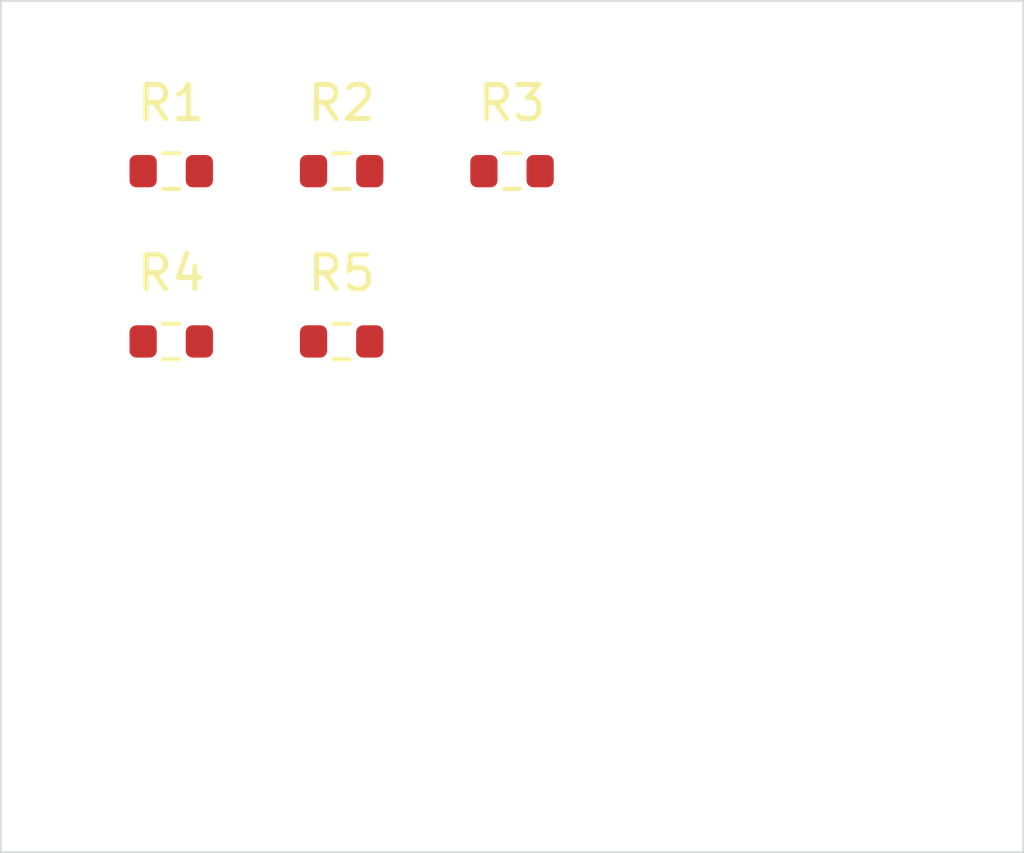
<source format=kicad_pcb>
(kicad_pcb (version 20241229) (generator "pcbnew") (generator_version "9.0")
  (layers (0 "F.Cu" signal) (2 "B.Cu" signal) (13 "F.Paste" user) (15 "B.Paste" user) (5 "F.SilkS" user "F.Silkscreen") (7 "B.SilkS" user "B.Silkscreen") (1 "F.Mask" user) (3 "B.Mask" user) (25 "Edge.Cuts" user))
  (net 0 "")
  (footprint "Resistor_SMD:R_0603_1608Metric" (layer "F.Cu") (at 5.0 5.0)
    (property "Reference" "R1" (at 0 -2 0) (layer "F.SilkS") (effects (font (size 1.0 1.0))))
    (property "Value" "10k")
    (fp_line (start -0.237258 -0.5225) (end 0.237258 -0.5225) (stroke (width 0.12)) (layer "F.SilkS"))
    (fp_line (start -0.237258 0.5225) (end 0.237258 0.5225) (stroke (width 0.12)) (layer "F.SilkS"))
    (pad "1" smd roundrect (at -0.825 0.0) (size 0.8 0.95) (layers "F.Cu" "F.Mask" "F.Paste"))
    (pad "2" smd roundrect (at 0.825 0.0) (size 0.8 0.95) (layers "F.Cu" "F.Mask" "F.Paste"))
  )
  (footprint "Resistor_SMD:R_0603_1608Metric" (layer "F.Cu") (at 10.0 5.0)
    (property "Reference" "R2" (at 0 -2 0) (layer "F.SilkS") (effects (font (size 1.0 1.0))))
    (property "Value" "10k")
    (fp_line (start -0.237258 -0.5225) (end 0.237258 -0.5225) (stroke (width 0.12)) (layer "F.SilkS"))
    (fp_line (start -0.237258 0.5225) (end 0.237258 0.5225) (stroke (width 0.12)) (layer "F.SilkS"))
    (pad "1" smd roundrect (at -0.825 0.0) (size 0.8 0.95) (layers "F.Cu" "F.Mask" "F.Paste"))
    (pad "2" smd roundrect (at 0.825 0.0) (size 0.8 0.95) (layers "F.Cu" "F.Mask" "F.Paste"))
  )
  (footprint "Resistor_SMD:R_0603_1608Metric" (layer "F.Cu") (at 15.0 5.0)
    (property "Reference" "R3" (at 0 -2 0) (layer "F.SilkS") (effects (font (size 1.0 1.0))))
    (property "Value" "10k")
    (fp_line (start -0.237258 -0.5225) (end 0.237258 -0.5225) (stroke (width 0.12)) (layer "F.SilkS"))
    (fp_line (start -0.237258 0.5225) (end 0.237258 0.5225) (stroke (width 0.12)) (layer "F.SilkS"))
    (pad "1" smd roundrect (at -0.825 0.0) (size 0.8 0.95) (layers "F.Cu" "F.Mask" "F.Paste"))
    (pad "2" smd roundrect (at 0.825 0.0) (size 0.8 0.95) (layers "F.Cu" "F.Mask" "F.Paste"))
  )
  (footprint "Resistor_SMD:R_0603_1608Metric" (layer "F.Cu") (at 5.0 10.0)
    (property "Reference" "R4" (at 0 -2 0) (layer "F.SilkS") (effects (font (size 1.0 1.0))))
    (property "Value" "10k")
    (fp_line (start -0.237258 -0.5225) (end 0.237258 -0.5225) (stroke (width 0.12)) (layer "F.SilkS"))
    (fp_line (start -0.237258 0.5225) (end 0.237258 0.5225) (stroke (width 0.12)) (layer "F.SilkS"))
    (pad "1" smd roundrect (at -0.825 0.0) (size 0.8 0.95) (layers "F.Cu" "F.Mask" "F.Paste"))
    (pad "2" smd roundrect (at 0.825 0.0) (size 0.8 0.95) (layers "F.Cu" "F.Mask" "F.Paste"))
  )
  (footprint "Resistor_SMD:R_0603_1608Metric" (layer "F.Cu") (at 10.0 10.0)
    (property "Reference" "R5" (at 0 -2 0) (layer "F.SilkS") (effects (font (size 1.0 1.0))))
    (property "Value" "10k")
    (fp_line (start -0.237258 -0.5225) (end 0.237258 -0.5225) (stroke (width 0.12)) (layer "F.SilkS"))
    (fp_line (start -0.237258 0.5225) (end 0.237258 0.5225) (stroke (width 0.12)) (layer "F.SilkS"))
    (pad "1" smd roundrect (at -0.825 0.0) (size 0.8 0.95) (layers "F.Cu" "F.Mask" "F.Paste"))
    (pad "2" smd roundrect (at 0.825 0.0) (size 0.8 0.95) (layers "F.Cu" "F.Mask" "F.Paste"))
  )
  (gr_rect (start 0 0) (end 30.0 25.0) (stroke (width 0.05)) (fill no) (layer "Edge.Cuts"))
)
</source>
